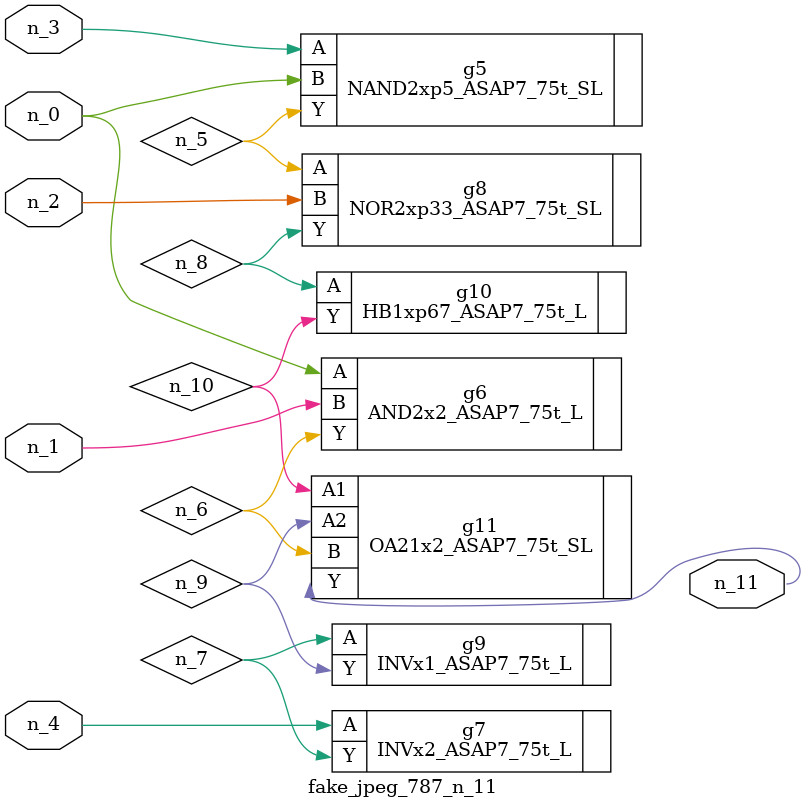
<source format=v>
module fake_jpeg_787_n_11 (n_3, n_2, n_1, n_0, n_4, n_11);

input n_3;
input n_2;
input n_1;
input n_0;
input n_4;

output n_11;

wire n_10;
wire n_8;
wire n_9;
wire n_6;
wire n_5;
wire n_7;

NAND2xp5_ASAP7_75t_SL g5 ( 
.A(n_3),
.B(n_0),
.Y(n_5)
);

AND2x2_ASAP7_75t_L g6 ( 
.A(n_0),
.B(n_1),
.Y(n_6)
);

INVx2_ASAP7_75t_L g7 ( 
.A(n_4),
.Y(n_7)
);

NOR2xp33_ASAP7_75t_SL g8 ( 
.A(n_5),
.B(n_2),
.Y(n_8)
);

HB1xp67_ASAP7_75t_L g10 ( 
.A(n_8),
.Y(n_10)
);

INVx1_ASAP7_75t_L g9 ( 
.A(n_7),
.Y(n_9)
);

OA21x2_ASAP7_75t_SL g11 ( 
.A1(n_10),
.A2(n_9),
.B(n_6),
.Y(n_11)
);


endmodule
</source>
